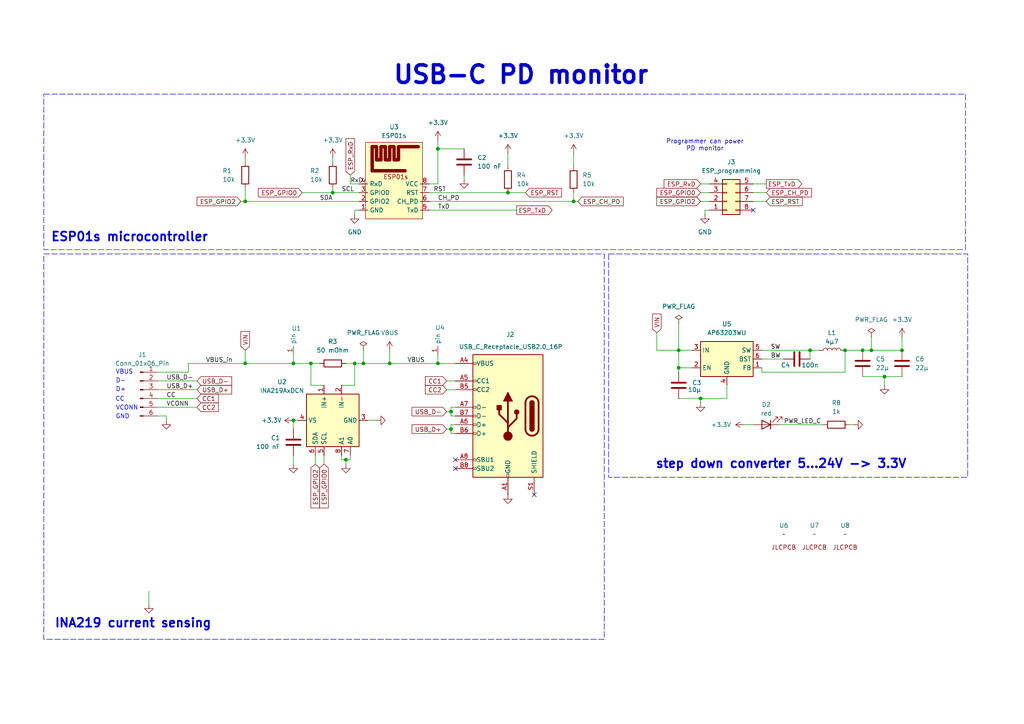
<source format=kicad_sch>
(kicad_sch (version 20250114) (generator "eeschema") (generator_version "9.0")
  (paper "A4")
  (lib_symbols
    (symbol "+3.3V_1" (power) (pin_numbers (hide yes)) (pin_names (offset 0) (hide yes))
      (property "Value" "+3.3V" (at 0 3.556 0))
      (symbol "+3.3V_1_0_1"
        (polyline (pts (xy -0.762 1.27) (xy 0 2.54)))
        (polyline (pts (xy 0 2.54) (xy 0.762 1.27)))
        (polyline (pts (xy 0 0) (xy 0 2.54)))
      )
      (symbol "+3.3V_1_1_1"
        (pin power_in line (at 0 0 90) (length 0) (name "~") (number "1"))
      )
    )
    (symbol "+3.3V_2" (power) (pin_numbers (hide yes)) (pin_names (offset 0) (hide yes))
      (property "Value" "+3.3V" (at 0 3.556 0))
      (symbol "+3.3V_2_0_1"
        (polyline (pts (xy -0.762 1.27) (xy 0 2.54)))
        (polyline (pts (xy 0 2.54) (xy 0.762 1.27)))
        (polyline (pts (xy 0 0) (xy 0 2.54)))
      )
      (symbol "+3.3V_2_1_1"
        (pin power_in line (at 0 0 90) (length 0) (name "~") (number "1"))
      )
    )
    (symbol "+3.3V_3" (power) (pin_numbers (hide yes)) (pin_names (offset 0) (hide yes))
      (property "Value" "+3.3V" (at 0 3.556 0))
      (symbol "+3.3V_3_0_1"
        (polyline (pts (xy -0.762 1.27) (xy 0 2.54)))
        (polyline (pts (xy 0 2.54) (xy 0.762 1.27)))
        (polyline (pts (xy 0 0) (xy 0 2.54)))
      )
      (symbol "+3.3V_3_1_1"
        (pin power_in line (at 0 0 90) (length 0) (name "~") (number "1"))
      )
    )
    (symbol "Connector:Conn_01x06_Pin" (pin_names (offset 1.016) (hide yes))
      (property "Reference" "J" (at 0 7.62 0))
      (property "Value" "Conn_01x06_Pin" (at 0 -10.16 0))
      (symbol "Conn_01x06_Pin_1_1"
        (rectangle (start 0.8636 5.207) (end 0 4.953) (stroke (width 0.1524)) (fill (type outline)))
        (rectangle (start 0.8636 2.667) (end 0 2.413) (stroke (width 0.1524)) (fill (type outline)))
        (rectangle (start 0.8636 0.127) (end 0 -0.127) (stroke (width 0.1524)) (fill (type outline)))
        (rectangle (start 0.8636 -2.413) (end 0 -2.667) (stroke (width 0.1524)) (fill (type outline)))
        (rectangle (start 0.8636 -4.953) (end 0 -5.207) (stroke (width 0.1524)) (fill (type outline)))
        (rectangle (start 0.8636 -7.493) (end 0 -7.747) (stroke (width 0.1524)) (fill (type outline)))
        (polyline (pts (xy 1.27 5.08) (xy 0.8636 5.08)) (stroke (width 0.1524)))
        (polyline (pts (xy 1.27 2.54) (xy 0.8636 2.54)) (stroke (width 0.1524)))
        (polyline (pts (xy 1.27 0) (xy 0.8636 0)) (stroke (width 0.1524)))
        (polyline (pts (xy 1.27 -2.54) (xy 0.8636 -2.54)) (stroke (width 0.1524)))
        (polyline (pts (xy 1.27 -5.08) (xy 0.8636 -5.08)) (stroke (width 0.1524)))
        (polyline (pts (xy 1.27 -7.62) (xy 0.8636 -7.62)) (stroke (width 0.1524)))
        (pin passive line (at 5.08 5.08 180) (length 3.81) (name "Pin_1") (number "1"))
        (pin passive line (at 5.08 2.54 180) (length 3.81) (name "Pin_2") (number "2"))
        (pin passive line (at 5.08 0 180) (length 3.81) (name "Pin_3") (number "3"))
        (pin passive line (at 5.08 -2.54 180) (length 3.81) (name "Pin_4") (number "4"))
        (pin passive line (at 5.08 -5.08 180) (length 3.81) (name "Pin_5") (number "5"))
        (pin passive line (at 5.08 -7.62 180) (length 3.81) (name "Pin_6") (number "6"))
      )
    )
    (symbol "Connector:USB_C_Receptacle_USB2.0_16P" (pin_names (offset 1.016))
      (property "Reference" "J" (at 0 22.225 0))
      (property "Value" "USB_C_Receptacle_USB2.0_16P" (at 0 19.685 0))
      (symbol "USB_C_Receptacle_USB2.0_16P_0_0"
        (rectangle (start -0.254 -17.78) (end 0.254 -16.764))
        (rectangle (start 10.16 15.494) (end 9.144 14.986))
        (rectangle (start 10.16 10.414) (end 9.144 9.906))
        (rectangle (start 10.16 7.874) (end 9.144 7.366))
        (rectangle (start 10.16 2.794) (end 9.144 2.286))
        (rectangle (start 10.16 0.254) (end 9.144 -0.254))
        (rectangle (start 10.16 -2.286) (end 9.144 -2.794))
        (rectangle (start 10.16 -4.826) (end 9.144 -5.334))
        (rectangle (start 10.16 -12.446) (end 9.144 -12.954))
        (rectangle (start 10.16 -14.986) (end 9.144 -15.494))
      )
      (symbol "USB_C_Receptacle_USB2.0_16P_0_1"
        (rectangle (start -10.16 17.78) (end 10.16 -17.78) (stroke (width 0.254)) (fill (type background)))
        (polyline (pts (xy -8.89 -3.81) (xy -8.89 3.81)) (stroke (width 0.508)))
        (rectangle (start -7.62 -3.81) (end -6.35 3.81) (stroke (width 0.254)) (fill (type outline)))
        (arc (start -7.62 3.81) (mid -6.985 4.4423) (end -6.35 3.81) (stroke (width 0.254)))
        (arc (start -7.62 3.81) (mid -6.985 4.4423) (end -6.35 3.81) (stroke (width 0.254)) (fill (type outline)))
        (arc (start -8.89 3.81) (mid -6.985 5.7067) (end -5.08 3.81) (stroke (width 0.508)))
        (arc (start -5.08 -3.81) (mid -6.985 -5.7067) (end -8.89 -3.81) (stroke (width 0.508)))
        (arc (start -6.35 -3.81) (mid -6.985 -4.4423) (end -7.62 -3.81) (stroke (width 0.254)))
        (arc (start -6.35 -3.81) (mid -6.985 -4.4423) (end -7.62 -3.81) (stroke (width 0.254)) (fill (type outline)))
        (polyline (pts (xy -5.08 3.81) (xy -5.08 -3.81)) (stroke (width 0.508)))
        (circle (center -2.54 1.143) (radius 0.635) (stroke (width 0.254)) (fill (type outline)))
        (polyline (pts (xy -1.27 4.318) (xy 0 6.858) (xy 1.27 4.318) (xy -1.27 4.318)) (stroke (width 0.254)) (fill (type outline)))
        (polyline (pts (xy 0 -2.032) (xy 2.54 0.508) (xy 2.54 1.778)) (stroke (width 0.508)))
        (polyline (pts (xy 0 -3.302) (xy -2.54 -0.762) (xy -2.54 0.508)) (stroke (width 0.508)))
        (polyline (pts (xy 0 -5.842) (xy 0 4.318)) (stroke (width 0.508)))
        (circle (center 0 -5.842) (radius 1.27) (fill (type outline)))
        (rectangle (start 1.905 1.778) (end 3.175 3.048) (stroke (width 0.254)) (fill (type outline)))
      )
      (symbol "USB_C_Receptacle_USB2.0_16P_1_1"
        (pin passive line (at -7.62 -22.86 90) (length 5.08) (name "SHIELD") (number "S1"))
        (pin passive line (at 0 -22.86 90) (length 5.08) (name "GND") (number "A1"))
        (pin passive line (at 0 -22.86 90) (length 5.08) (hide yes) (name "GND") (number "A12"))
        (pin passive line (at 0 -22.86 90) (length 5.08) (hide yes) (name "GND") (number "B1"))
        (pin passive line (at 0 -22.86 90) (length 5.08) (hide yes) (name "GND") (number "B12"))
        (pin passive line (at 15.24 15.24 180) (length 5.08) (name "VBUS") (number "A4"))
        (pin passive line (at 15.24 15.24 180) (length 5.08) (hide yes) (name "VBUS") (number "A9"))
        (pin passive line (at 15.24 15.24 180) (length 5.08) (hide yes) (name "VBUS") (number "B4"))
        (pin passive line (at 15.24 15.24 180) (length 5.08) (hide yes) (name "VBUS") (number "B9"))
        (pin bidirectional line (at 15.24 10.16 180) (length 5.08) (name "CC1") (number "A5"))
        (pin bidirectional line (at 15.24 7.62 180) (length 5.08) (name "CC2") (number "B5"))
        (pin bidirectional line (at 15.24 2.54 180) (length 5.08) (name "D-") (number "A7"))
        (pin bidirectional line (at 15.24 0 180) (length 5.08) (name "D-") (number "B7"))
        (pin bidirectional line (at 15.24 -2.54 180) (length 5.08) (name "D+") (number "A6"))
        (pin bidirectional line (at 15.24 -5.08 180) (length 5.08) (name "D+") (number "B6"))
        (pin bidirectional line (at 15.24 -12.7 180) (length 5.08) (name "SBU1") (number "A8"))
        (pin bidirectional line (at 15.24 -15.24 180) (length 5.08) (name "SBU2") (number "B8"))
      )
    )
    (symbol "Connector_Generic:Conn_02x04_Counter_Clockwise" (pin_names (offset 1.016) (hide yes))
      (property "Reference" "J" (at 1.27 5.08 0))
      (property "Value" "Conn_02x04_Counter_Clockwise" (at 1.27 -7.62 0))
      (symbol "Conn_02x04_Counter_Clockwise_1_1"
        (rectangle (start -1.27 3.81) (end 3.81 -6.35) (stroke (width 0.254)) (fill (type background)))
        (rectangle (start -1.27 2.667) (end 0 2.413) (stroke (width 0.1524)))
        (rectangle (start -1.27 0.127) (end 0 -0.127) (stroke (width 0.1524)))
        (rectangle (start -1.27 -2.413) (end 0 -2.667) (stroke (width 0.1524)))
        (rectangle (start -1.27 -4.953) (end 0 -5.207) (stroke (width 0.1524)))
        (rectangle (start 3.81 2.667) (end 2.54 2.413) (stroke (width 0.1524)))
        (rectangle (start 3.81 0.127) (end 2.54 -0.127) (stroke (width 0.1524)))
        (rectangle (start 3.81 -2.413) (end 2.54 -2.667) (stroke (width 0.1524)))
        (rectangle (start 3.81 -4.953) (end 2.54 -5.207) (stroke (width 0.1524)))
        (pin passive line (at -5.08 2.54 0) (length 3.81) (name "Pin_1") (number "1"))
        (pin passive line (at -5.08 0 0) (length 3.81) (name "Pin_2") (number "2"))
        (pin passive line (at -5.08 -2.54 0) (length 3.81) (name "Pin_3") (number "3"))
        (pin passive line (at -5.08 -5.08 0) (length 3.81) (name "Pin_4") (number "4"))
        (pin passive line (at 7.62 2.54 180) (length 3.81) (name "Pin_8") (number "8"))
        (pin passive line (at 7.62 0 180) (length 3.81) (name "Pin_7") (number "7"))
        (pin passive line (at 7.62 -2.54 180) (length 3.81) (name "Pin_6") (number "6"))
        (pin passive line (at 7.62 -5.08 180) (length 3.81) (name "Pin_5") (number "5"))
      )
    )
    (symbol "Device:C" (pin_numbers (hide yes)) (pin_names (offset 0.254))
      (property "Reference" "C" (at 0.635 2.54 0))
      (property "Value" "C" (at 0.635 -2.54 0))
      (symbol "C_0_1"
        (polyline (pts (xy -2.032 0.762) (xy 2.032 0.762)) (stroke (width 0.508)))
        (polyline (pts (xy -2.032 -0.762) (xy 2.032 -0.762)) (stroke (width 0.508)))
      )
      (symbol "C_1_1"
        (pin passive line (at 0 3.81 270) (length 2.794) (name "~") (number "1"))
        (pin passive line (at 0 -3.81 90) (length 2.794) (name "~") (number "2"))
      )
    )
    (symbol "Device:L" (pin_numbers (hide yes)) (pin_names (offset 1.016) (hide yes))
      (property "Reference" "L" (at -1.27 0 90))
      (property "Value" "L" (at 1.905 0 90))
      (symbol "L_0_1"
        (arc (start 0 2.54) (mid 0.6323 1.905) (end 0 1.27))
        (arc (start 0 1.27) (mid 0.6323 0.635) (end 0 0))
        (arc (start 0 0) (mid 0.6323 -0.635) (end 0 -1.27))
        (arc (start 0 -1.27) (mid 0.6323 -1.905) (end 0 -2.54))
      )
      (symbol "L_1_1"
        (pin passive line (at 0 3.81 270) (length 1.27) (name "1") (number "1"))
        (pin passive line (at 0 -3.81 90) (length 1.27) (name "2") (number "2"))
      )
    )
    (symbol "Device:LED" (pin_numbers (hide yes)) (pin_names (offset 1.016) (hide yes))
      (property "Reference" "D" (at 0 2.54 0))
      (property "Value" "LED" (at 0 -2.54 0))
      (symbol "LED_0_1"
        (polyline (pts (xy -3.048 -0.762) (xy -4.572 -2.286) (xy -3.81 -2.286) (xy -4.572 -2.286) (xy -4.572 -1.524)))
        (polyline (pts (xy -1.778 -0.762) (xy -3.302 -2.286) (xy -2.54 -2.286) (xy -3.302 -2.286) (xy -3.302 -1.524)))
        (polyline (pts (xy -1.27 0) (xy 1.27 0)))
        (polyline (pts (xy -1.27 -1.27) (xy -1.27 1.27)) (stroke (width 0.254)))
        (polyline (pts (xy 1.27 -1.27) (xy 1.27 1.27) (xy -1.27 0) (xy 1.27 -1.27)) (stroke (width 0.254)))
      )
      (symbol "LED_1_1"
        (pin passive line (at -3.81 0 0) (length 2.54) (name "K") (number "1"))
        (pin passive line (at 3.81 0 180) (length 2.54) (name "A") (number "2"))
      )
    )
    (symbol "Device:R" (pin_numbers (hide yes)) (pin_names (offset 0))
      (property "Reference" "R" (at 2.032 0 90))
      (property "Value" "R" (at 0 0 90))
      (symbol "R_0_1"
        (rectangle (start -1.016 -2.54) (end 1.016 2.54) (stroke (width 0.254)))
      )
      (symbol "R_1_1"
        (pin passive line (at 0 3.81 270) (length 1.27) (name "~") (number "1"))
        (pin passive line (at 0 -3.81 90) (length 1.27) (name "~") (number "2"))
      )
    )
    (symbol "GND_1" (power) (pin_numbers (hide yes)) (pin_names (offset 0) (hide yes))
      (property "Value" "GND" (at 0 -3.81 0))
      (symbol "GND_1_0_1"
        (polyline (pts (xy 0 0) (xy 0 -1.27) (xy 1.27 -1.27) (xy 0 -2.54) (xy -1.27 -1.27) (xy 0 -1.27)))
      )
      (symbol "GND_1_1_1"
        (pin power_in line (at 0 0 270) (length 0) (name "~") (number "1"))
      )
    )
    (symbol "New_Library:1_pin"
      (property "Reference" "U" (at 0 1.524 0))
      (symbol "1_pin_1_1"
        (pin input line (at -2.54 0 0) (length 2.54) (name "pin") (number "1"))
      )
    )
    (symbol "New_Library:ESP01s"
      (property "Reference" "U305" (at 0 13.462 0))
      (property "Value" "ESP01s" (at 0 11.43 0))
      (symbol "ESP01s_1_1"
        (rectangle (start -8.255 9.525) (end 8.255 -12.7) (fill (type background)))
        (polyline (pts (xy -6.35 1.27) (xy 3.175 1.27)) (stroke (width 1)))
        (polyline (pts (xy -6.35 1.27) (xy -6.35 8.255) (xy -5.08 8.255) (xy -5.08 4.445) (xy -3.81 4.445)) (stroke (width 1)))
        (polyline (pts (xy -3.81 4.445) (xy -3.81 8.255) (xy -2.54 8.255) (xy -2.54 4.445) (xy -1.27 4.445) (xy -1.27 8.255) (xy 0 8.255) (xy 0 4.445) (xy 1.27 4.445) (xy 1.27 8.255) (xy 6.985 8.255)) (stroke (width 1)))
        (text "ESP01s" (at 0.508 -0.508 0) (effects (font (size 1.27 1.27))))
        (pin input line (at -10.16 -2.54 0) (length 2.54) (name "RxD") (number "4"))
        (pin input line (at -10.16 -5.08 0) (length 2.54) (name "GPIO0") (number "3"))
        (pin input line (at -10.16 -7.62 0) (length 2.54) (name "GPIO2") (number "2"))
        (pin input line (at -10.16 -10.16 0) (length 2.54) (name "GND") (number "1"))
        (pin input line (at 10.16 -2.54 180) (length 2.54) (name "VCC") (number "8"))
        (pin input line (at 10.16 -5.08 180) (length 2.54) (name "RST") (number "7"))
        (pin input line (at 10.16 -7.62 180) (length 2.54) (name "CH_PD") (number "6"))
        (pin input line (at 10.16 -10.16 180) (length 2.54) (name "TxD") (number "5"))
      )
    )
    (symbol "New_Library:JLCPCB"
      (property "Reference" "U304" (at 0 5.08 0))
      (property "Value" "~" (at 0 2.54 0))
      (symbol "JLCPCB_1_1"
        (text "JLCPCB" (at 0 0 0) (effects (font (size 1.27 1.27))))
      )
    )
    (symbol "Regulator_Switching:AP63203WU"
      (property "Reference" "U" (at -7.62 6.35 0))
      (property "Value" "AP63203WU" (at 2.54 6.35 0))
      (symbol "AP63203WU_0_1"
        (rectangle (start -7.62 5.08) (end 7.62 -5.08) (stroke (width 0.254)) (fill (type background)))
      )
      (symbol "AP63203WU_1_1"
        (pin power_in line (at -10.16 2.54 0) (length 2.54) (name "IN") (number "3"))
        (pin input line (at -10.16 -2.54 0) (length 2.54) (name "EN") (number "2"))
        (pin power_in line (at 0 -7.62 90) (length 2.54) (name "GND") (number "4"))
        (pin output line (at 10.16 2.54 180) (length 2.54) (name "SW") (number "5"))
        (pin passive line (at 10.16 0 180) (length 2.54) (name "BST") (number "6"))
        (pin input line (at 10.16 -2.54 180) (length 2.54) (name "FB") (number "1"))
      )
    )
    (symbol "Sensor_Energy:INA219AxDCN"
      (property "Reference" "U" (at -6.35 8.89 0))
      (property "Value" "INA219AxDCN" (at 6.35 8.89 0))
      (symbol "INA219AxDCN_0_1"
        (rectangle (start -7.62 7.62) (end 7.62 -7.62) (stroke (width 0.254)) (fill (type background)))
      )
      (symbol "INA219AxDCN_1_1"
        (pin input line (at -10.16 2.54 0) (length 2.54) (name "IN+") (number "1"))
        (pin input line (at -10.16 -2.54 0) (length 2.54) (name "IN-") (number "2"))
        (pin power_in line (at 0 10.16 270) (length 2.54) (name "VS") (number "4"))
        (pin power_in line (at 0 -10.16 90) (length 2.54) (name "GND") (number "3"))
        (pin bidirectional line (at 10.16 5.08 180) (length 2.54) (name "SDA") (number "6"))
        (pin input line (at 10.16 2.54 180) (length 2.54) (name "SCL") (number "5"))
        (pin input line (at 10.16 -2.54 180) (length 2.54) (name "A1") (number "8"))
        (pin input line (at 10.16 -5.08 180) (length 2.54) (name "A0") (number "7"))
      )
    )
    (symbol "power:+3.3V" (power) (pin_numbers (hide yes)) (pin_names (offset 0) (hide yes))
      (property "Value" "+3.3V" (at 0 3.556 0))
      (symbol "+3.3V_0_1"
        (polyline (pts (xy -0.762 1.27) (xy 0 2.54)))
        (polyline (pts (xy 0 2.54) (xy 0.762 1.27)))
        (polyline (pts (xy 0 0) (xy 0 2.54)))
      )
      (symbol "+3.3V_1_1"
        (pin power_in line (at 0 0 90) (length 0) (name "~") (number "1"))
      )
    )
    (symbol "power:GND" (power) (pin_numbers (hide yes)) (pin_names (offset 0) (hide yes))
      (property "Value" "GND" (at 0 -3.81 0))
      (symbol "GND_0_1"
        (polyline (pts (xy 0 0) (xy 0 -1.27) (xy 1.27 -1.27) (xy 0 -2.54) (xy -1.27 -1.27) (xy 0 -1.27)))
      )
      (symbol "GND_1_1"
        (pin power_in line (at 0 0 270) (length 0) (name "~") (number "1"))
      )
    )
    (symbol "power:PWR_FLAG" (power) (pin_numbers (hide yes)) (pin_names (offset 0) (hide yes))
      (property "Value" "PWR_FLAG" (at 0 3.81 0))
      (symbol "PWR_FLAG_0_0"
        (pin power_out line (at 0 0 90) (length 0) (name "~") (number "1"))
      )
      (symbol "PWR_FLAG_0_1"
        (polyline (pts (xy 0 0) (xy 0 1.27) (xy -1.016 1.905) (xy 0 2.54) (xy 1.016 1.905) (xy 0 1.27)))
      )
    )
    (symbol "power:VBUS" (power) (pin_numbers (hide yes)) (pin_names (offset 0) (hide yes))
      (property "Value" "VBUS" (at 0 3.556 0))
      (symbol "VBUS_0_1"
        (polyline (pts (xy -0.762 1.27) (xy 0 2.54)))
        (polyline (pts (xy 0 2.54) (xy 0.762 1.27)))
        (polyline (pts (xy 0 0) (xy 0 2.54)))
      )
      (symbol "VBUS_1_1"
        (pin power_in line (at 0 0 90) (length 0) (name "~") (number "1"))
      )
    )
  )
  (rectangle (start 12.7 27.305) (end 280.035 72.39) (stroke (width 0) (type dash)))
  (rectangle (start 12.7 73.66) (end 175.26 185.42) (stroke (width 0) (type dash)))
  (rectangle (start 176.53 73.66) (end 280.67 138.43) (stroke (width 0) (type dash)))
  (text "VCONN" (at 36.83 118.364 0) (effects (font (size 1.27 1.27))))
  (text "VBUS" (at 36.068 107.95 0) (effects (font (size 1.27 1.27))))
  (text "Programmer can power\nPD monitor" (at 204.47 42.164 0) (effects (font (size 1.27 1.27))))
  (text "step down converter 5...24V -> 3.3V" (at 226.568 134.62 0) (effects (font (size 2.54 2.54) (thickness 0.508) (bold yes))))
  (text "D+" (at 35.052 113.03 0) (effects (font (size 1.27 1.27))))
  (text "D-" (at 35.052 110.49 0) (effects (font (size 1.27 1.27))))
  (text "GND" (at 35.56 120.904 0) (effects (font (size 1.27 1.27))))
  (text "INA219 current sensing" (at 38.608 180.848 0) (effects (font (size 2.54 2.54) (thickness 0.508) (bold yes))))
  (text "ESP01s microcontroller" (at 37.592 68.834 0) (effects (font (size 2.54 2.54) (thickness 0.508) (bold yes))))
  (text "USB-C PD monitor" (at 151.13 21.844 0) (effects (font (size 5.08 5.08) (thickness 1.016) (bold yes))))
  (text "CC" (at 34.798 115.824 0) (effects (font (size 1.27 1.27))))
  (junction (at 71.12 58.42))
  (junction (at 96.52 55.88))
  (junction (at 245.11 101.6))
  (junction (at 250.19 101.6))
  (junction (at 256.54 109.22))
  (junction (at 234.95 101.6))
  (junction (at 166.37 58.42))
  (junction (at 85.09 105.41))
  (junction (at 102.87 105.41))
  (junction (at 90.17 105.41))
  (junction (at 261.62 101.6))
  (junction (at 203.2 115.57))
  (junction (at 85.09 121.92))
  (junction (at 252.73 101.6))
  (junction (at 127 105.41))
  (junction (at 113.03 105.41))
  (junction (at 196.85 106.68))
  (junction (at 105.41 105.41))
  (junction (at 130.81 119.38))
  (junction (at 127 43.18))
  (junction (at 196.85 101.6))
  (junction (at 147.32 55.88))
  (junction (at 130.81 124.46))
  (junction (at 100.33 133.35))
  (junction (at 71.12 105.41))
  (no_connect (at 132.08 135.89))
  (no_connect (at 132.08 133.35))
  (no_connect (at 154.94 143.51))
  (no_connect (at 218.44 60.96))
  (wire (pts (xy 210.82 115.57) (xy 210.82 111.76)))
  (wire (pts (xy 85.09 121.92) (xy 85.09 124.46)))
  (wire (pts (xy 130.81 120.65) (xy 132.08 120.65)))
  (wire (pts (xy 134.62 50.8) (xy 134.62 52.07)))
  (wire (pts (xy 90.17 105.41) (xy 92.71 105.41)))
  (wire (pts (xy 87.63 55.88) (xy 96.52 55.88)))
  (wire (pts (xy 101.6 53.34) (xy 104.14 53.34)))
  (wire (pts (xy 245.11 107.95) (xy 220.98 107.95)))
  (wire (pts (xy 127 53.34) (xy 124.46 53.34)))
  (wire (pts (xy 45.72 110.49) (xy 57.15 110.49)))
  (wire (pts (xy 100.33 105.41) (xy 102.87 105.41)))
  (wire (pts (xy 252.73 101.6) (xy 261.62 101.6)))
  (wire (pts (xy 127 43.18) (xy 134.62 43.18)))
  (wire (pts (xy 127 40.64) (xy 127 43.18)))
  (wire (pts (xy 204.47 62.23) (xy 204.47 60.96)))
  (wire (pts (xy 45.72 118.11) (xy 57.15 118.11)))
  (wire (pts (xy 100.33 133.35) (xy 100.33 134.62)))
  (wire (pts (xy 166.37 44.45) (xy 166.37 48.26)))
  (wire (pts (xy 113.03 105.41) (xy 127 105.41)))
  (wire (pts (xy 93.98 132.08) (xy 93.98 134.62)))
  (wire (pts (xy 85.09 102.87) (xy 85.09 105.41)))
  (wire (pts (xy 71.12 45.72) (xy 71.12 46.99)))
  (wire (pts (xy 132.08 118.11) (xy 130.81 118.11)))
  (wire (pts (xy 220.98 104.14) (xy 227.33 104.14)))
  (wire (pts (xy 99.06 133.35) (xy 100.33 133.35)))
  (wire (pts (xy 147.32 44.45) (xy 147.32 48.26)))
  (wire (pts (xy 196.85 115.57) (xy 203.2 115.57)))
  (wire (pts (xy 69.85 58.42) (xy 71.12 58.42)))
  (wire (pts (xy 113.03 101.6) (xy 113.03 105.41)))
  (wire (pts (xy 124.46 60.96) (xy 149.86 60.96)))
  (wire (pts (xy 190.5 96.52) (xy 190.5 101.6)))
  (wire (pts (xy 203.2 115.57) (xy 210.82 115.57)))
  (wire (pts (xy 203.2 58.42) (xy 205.74 58.42)))
  (wire (pts (xy 105.41 105.41) (xy 113.03 105.41)))
  (wire (pts (xy 54.61 107.95) (xy 45.72 107.95)))
  (wire (pts (xy 96.52 45.72) (xy 96.52 46.99)))
  (wire (pts (xy 218.44 55.88) (xy 222.25 55.88)))
  (wire (pts (xy 127 43.18) (xy 127 53.34)))
  (wire (pts (xy 196.85 93.98) (xy 196.85 101.6)))
  (wire (pts (xy 106.68 121.92) (xy 109.22 121.92)))
  (wire (pts (xy 246.38 123.19) (xy 247.65 123.19)))
  (wire (pts (xy 250.19 101.6) (xy 252.73 101.6)))
  (wire (pts (xy 99.06 111.76) (xy 102.87 111.76)))
  (wire (pts (xy 203.2 53.34) (xy 205.74 53.34)))
  (wire (pts (xy 245.11 101.6) (xy 250.19 101.6)))
  (wire (pts (xy 218.44 58.42) (xy 222.25 58.42)))
  (wire (pts (xy 130.81 124.46) (xy 130.81 125.73)))
  (wire (pts (xy 166.37 55.88) (xy 166.37 58.42)))
  (wire (pts (xy 90.17 105.41) (xy 90.17 111.76)))
  (wire (pts (xy 130.81 118.11) (xy 130.81 119.38)))
  (wire (pts (xy 147.32 55.88) (xy 152.4 55.88)))
  (wire (pts (xy 196.85 101.6) (xy 200.66 101.6)))
  (wire (pts (xy 85.09 105.41) (xy 90.17 105.41)))
  (wire (pts (xy 102.87 60.96) (xy 102.87 62.23)))
  (wire (pts (xy 256.54 109.22) (xy 261.62 109.22)))
  (wire (pts (xy 245.11 101.6) (xy 245.11 107.95)))
  (wire (pts (xy 100.33 133.35) (xy 101.6 133.35)))
  (wire (pts (xy 71.12 101.6) (xy 71.12 105.41)))
  (wire (pts (xy 48.26 120.65) (xy 48.26 121.92)))
  (wire (pts (xy 196.85 106.68) (xy 196.85 107.95)))
  (wire (pts (xy 104.14 60.96) (xy 102.87 60.96)))
  (wire (pts (xy 45.72 115.57) (xy 57.15 115.57)))
  (wire (pts (xy 129.54 110.49) (xy 132.08 110.49)))
  (wire (pts (xy 130.81 123.19) (xy 130.81 124.46)))
  (wire (pts (xy 204.47 60.96) (xy 205.74 60.96)))
  (wire (pts (xy 45.72 120.65) (xy 48.26 120.65)))
  (wire (pts (xy 203.2 115.57) (xy 203.2 116.84)))
  (wire (pts (xy 45.72 113.03) (xy 57.15 113.03)))
  (wire (pts (xy 220.98 107.95) (xy 220.98 106.68)))
  (wire (pts (xy 71.12 58.42) (xy 104.14 58.42)))
  (wire (pts (xy 129.54 119.38) (xy 130.81 119.38)))
  (wire (pts (xy 130.81 125.73) (xy 132.08 125.73)))
  (wire (pts (xy 130.81 119.38) (xy 130.81 120.65)))
  (wire (pts (xy 124.46 55.88) (xy 147.32 55.88)))
  (wire (pts (xy 91.44 132.08) (xy 91.44 134.62)))
  (wire (pts (xy 102.87 105.41) (xy 105.41 105.41)))
  (wire (pts (xy 196.85 106.68) (xy 196.85 101.6)))
  (wire (pts (xy 261.62 97.79) (xy 261.62 101.6)))
  (wire (pts (xy 127 105.41) (xy 132.08 105.41)))
  (wire (pts (xy 234.95 101.6) (xy 237.49 101.6)))
  (wire (pts (xy 234.95 104.14) (xy 234.95 101.6)))
  (wire (pts (xy 215.9 123.19) (xy 218.44 123.19)))
  (wire (pts (xy 71.12 54.61) (xy 71.12 58.42)))
  (wire (pts (xy 85.09 121.92) (xy 86.36 121.92)))
  (wire (pts (xy 132.08 123.19) (xy 130.81 123.19)))
  (wire (pts (xy 96.52 54.61) (xy 96.52 55.88)))
  (wire (pts (xy 101.6 50.8) (xy 101.6 53.34)))
  (wire (pts (xy 190.5 101.6) (xy 196.85 101.6)))
  (wire (pts (xy 54.61 105.41) (xy 71.12 105.41)))
  (wire (pts (xy 196.85 106.68) (xy 200.66 106.68)))
  (wire (pts (xy 101.6 132.08) (xy 101.6 133.35)))
  (wire (pts (xy 252.73 97.79) (xy 252.73 101.6)))
  (wire (pts (xy 93.98 111.76) (xy 90.17 111.76)))
  (wire (pts (xy 250.19 109.22) (xy 256.54 109.22)))
  (wire (pts (xy 256.54 109.22) (xy 256.54 111.76)))
  (wire (pts (xy 127 102.87) (xy 127 105.41)))
  (wire (pts (xy 102.87 105.41) (xy 102.87 111.76)))
  (wire (pts (xy 105.41 101.6) (xy 105.41 105.41)))
  (wire (pts (xy 99.06 132.08) (xy 99.06 133.35)))
  (wire (pts (xy 85.09 132.08) (xy 85.09 134.62)))
  (wire (pts (xy 166.37 58.42) (xy 124.46 58.42)))
  (wire (pts (xy 203.2 55.88) (xy 205.74 55.88)))
  (wire (pts (xy 166.37 58.42) (xy 167.64 58.42)))
  (wire (pts (xy 54.61 105.41) (xy 54.61 107.95)))
  (wire (pts (xy 129.54 124.46) (xy 130.81 124.46)))
  (wire (pts (xy 226.06 123.19) (xy 238.76 123.19)))
  (wire (pts (xy 129.54 113.03) (xy 132.08 113.03)))
  (wire (pts (xy 96.52 55.88) (xy 104.14 55.88)))
  (wire (pts (xy 71.12 105.41) (xy 85.09 105.41)))
  (wire (pts (xy 218.44 53.34) (xy 222.25 53.34)))
  (wire (pts (xy 43.18 171.45) (xy 43.18 175.26)))
  (wire (pts (xy 234.95 101.6) (xy 220.98 101.6)))
  (label "TxD" (at 127 60.96 0))
  (label "SW" (at 223.52 101.6 0) (effects (font (thickness 0.1588))))
  (label "VBUS" (at 118.11 105.41 0))
  (label "BW" (at 223.52 104.14 0) (effects (font (thickness 0.1588))))
  (label "RST" (at 125.73 55.88 0))
  (label "SCL" (at 99.06 55.88 0))
  (label "VCONN" (at 48.26 118.11 0))
  (label "CH_PD" (at 127 58.42 0))
  (label "VBUS_in" (at 59.69 105.41 0))
  (label "USB_D-" (at 48.26 110.49 0))
  (label "USB_D+" (at 48.26 113.03 0))
  (label "CC" (at 48.26 115.57 0))
  (label "SDA" (at 92.71 58.42 0))
  (label "PWR_LED_C" (at 227.33 123.19 0) (effects (font (thickness 0.1588))))
  (label "RxD" (at 101.6 53.34 0))
  (global_label "CC1" (shape input) (at 57.15 115.57 0) (property "Intersheetrefs" "${INTERSHEET_REFS}" (effects (hide yes))))
  (global_label "ESP_CH_PD" (shape input) (at 222.25 55.88 0) (property "Intersheetrefs" "${INTERSHEET_REFS}" (effects (hide yes))))
  (global_label "ESP_GPIO2" (shape input) (at 203.2 58.42 180) (property "Intersheetrefs" "${INTERSHEET_REFS}" (effects (hide yes))))
  (global_label "CC2" (shape input) (at 129.54 113.03 180) (property "Intersheetrefs" "${INTERSHEET_REFS}" (effects (hide yes))))
  (global_label "USB_D-" (shape input) (at 129.54 119.38 180) (property "Intersheetrefs" "${INTERSHEET_REFS}" (effects (hide yes))))
  (global_label "ESP_CH_PD" (shape input) (at 167.64 58.42 0) (property "Intersheetrefs" "${INTERSHEET_REFS}" (effects (hide yes))))
  (global_label "CC2" (shape input) (at 57.15 118.11 0) (property "Intersheetrefs" "${INTERSHEET_REFS}" (effects (hide yes))))
  (global_label "ESP_TxD" (shape output) (at 222.25 53.34 0) (property "Intersheetrefs" "${INTERSHEET_REFS}" (effects (hide yes))))
  (global_label "ESP_GPIO2" (shape input) (at 69.85 58.42 180) (property "Intersheetrefs" "${INTERSHEET_REFS}" (effects (hide yes))))
  (global_label "ESP_GPIO0" (shape input) (at 87.63 55.88 180) (property "Intersheetrefs" "${INTERSHEET_REFS}" (effects (hide yes))))
  (global_label "ESP_RST" (shape input) (at 222.25 58.42 0) (property "Intersheetrefs" "${INTERSHEET_REFS}" (effects (hide yes))))
  (global_label "ESP_RST" (shape input) (at 152.4 55.88 0) (property "Intersheetrefs" "${INTERSHEET_REFS}" (effects (hide yes))))
  (global_label "USB_D+" (shape input) (at 129.54 124.46 180) (property "Intersheetrefs" "${INTERSHEET_REFS}" (effects (hide yes))))
  (global_label "ESP_GPIO0" (shape input) (at 203.2 55.88 180) (property "Intersheetrefs" "${INTERSHEET_REFS}" (effects (hide yes))))
  (global_label "ESP_RxD" (shape input) (at 203.2 53.34 180) (property "Intersheetrefs" "${INTERSHEET_REFS}" (effects (hide yes))))
  (global_label "USB_D+" (shape input) (at 57.15 113.03 0) (property "Intersheetrefs" "${INTERSHEET_REFS}" (effects (hide yes))))
  (global_label "VIN" (shape input) (at 190.5 96.52 90) (property "Intersheetrefs" "${INTERSHEET_REFS}" (effects (hide yes))))
  (global_label "ESP_GPIO2" (shape input) (at 91.44 134.62 270) (property "Intersheetrefs" "${INTERSHEET_REFS}" (effects (hide yes))))
  (global_label "ESP_GPIO0" (shape input) (at 93.98 134.62 270) (property "Intersheetrefs" "${INTERSHEET_REFS}" (effects (hide yes))))
  (global_label "VIN" (shape input) (at 71.12 101.6 90) (property "Intersheetrefs" "${INTERSHEET_REFS}" (effects (hide yes))))
  (global_label "ESP_RxD" (shape input) (at 101.6 50.8 90) (property "Intersheetrefs" "${INTERSHEET_REFS}" (effects (hide yes))))
  (global_label "CC1" (shape input) (at 129.54 110.49 180) (property "Intersheetrefs" "${INTERSHEET_REFS}" (effects (hide yes))))
  (global_label "ESP_TxD" (shape output) (at 149.86 60.96 0) (property "Intersheetrefs" "${INTERSHEET_REFS}" (effects (hide yes))))
  (global_label "USB_D-" (shape input) (at 57.15 110.49 0) (property "Intersheetrefs" "${INTERSHEET_REFS}" (effects (hide yes))))
  (symbol (lib_id "Connector_Generic:Conn_02x04_Counter_Clockwise") (at 210.82 58.42 0) (mirror x) (unit 1)
    (property "Reference" "J3" (at 212.09 46.99 0))
    (property "Value" "ESP_programming" (at 212.09 49.53 0))
    (property "Footprint" "my_footprints:Header_ESP01" (effects (hide yes)))
    (property "Description" "Generic connector, double row, 02x04, counter clockwise pin numbering scheme (similar to DIP package numbering), script generated (kicad-library-utils/schlib/autogen/connector/)" (effects (hide yes)))
  )
  (symbol (lib_id "power:+3.3V") (at 215.9 123.19 90) (unit 1)
    (property "Reference" "#PWR030" (effects (hide yes)))
    (property "Value" "+3.3V" (at 212.09 123.1899 90) (effects (justify left)))
    (property "Description" "Power symbol creates a global label with name \"+3.3V\"" (effects (hide yes)))
  )
  (symbol (lib_id "Device:R") (at 166.37 52.07 180) (unit 1)
    (property "Reference" "R5" (at 168.91 50.7999 0) (effects (justify right)))
    (property "Value" "10k" (at 168.91 53.3399 0) (effects (justify right)))
    (property "Footprint" "Resistor_SMD:R_0402_1005Metric" (effects (hide yes)))
    (property "Description" "Resistor" (effects (hide yes)))
    (property "LCSC" "C25744" (effects (hide yes)))
  )
  (symbol (lib_id "Device:C") (at 196.85 111.76 0) (mirror y) (unit 1)
    (property "Reference" "C3" (at 203.454 110.998 0) (effects (justify left)))
    (property "Value" "10µ" (at 203.454 113.03 0) (effects (justify left)))
    (property "Footprint" "Capacitor_SMD:C_0805_2012Metric" (effects (hide yes)))
    (property "Description" "Unpolarized capacitor" (effects (hide yes)))
    (property "LCSC" "C440198" (effects (hide yes)))
  )
  (symbol (lib_id "power:VBUS") (at 113.03 101.6 0) (unit 1)
    (property "Reference" "#PWR010" (effects (hide yes)))
    (property "Value" "VBUS" (at 113.03 96.52 0))
    (property "Description" "Power symbol creates a global label with name \"VBUS\"" (effects (hide yes)))
  )
  (symbol (lib_id "power:GND") (at 85.09 134.62 0) (unit 1)
    (property "Reference" "#PWR05" (effects (hide yes)))
    (property "Value" "GND" (effects (hide yes)))
    (property "Description" "Power symbol creates a global label with name \"GND\" , ground" (effects (hide yes)))
  )
  (symbol (lib_name "GND_1") (lib_id "power:GND") (at 204.47 62.23 0) (unit 1)
    (property "Reference" "#PWR017" (effects (hide yes)))
    (property "Value" "GND" (at 204.47 67.31 0))
    (property "Description" "Power symbol creates a global label with name \"GND\" , ground" (effects (hide yes)))
  )
  (symbol (lib_id "power:GND") (at 247.65 123.19 90) (unit 1)
    (property "Reference" "#PWR031" (effects (hide yes)))
    (property "Value" "GND" (effects (hide yes)))
    (property "Description" "Power symbol creates a global label with name \"GND\" , ground" (effects (hide yes)))
  )
  (symbol (lib_id "Device:R") (at 147.32 52.07 180) (unit 1)
    (property "Reference" "R4" (at 149.86 50.7999 0) (effects (justify right)))
    (property "Value" "10k" (at 149.86 53.3399 0) (effects (justify right)))
    (property "Footprint" "Resistor_SMD:R_0402_1005Metric" (effects (hide yes)))
    (property "Description" "Resistor" (effects (hide yes)))
    (property "LCSC" "C25744" (effects (hide yes)))
  )
  (symbol (lib_id "power:GND") (at 109.22 121.92 90) (unit 1)
    (property "Reference" "#PWR09" (effects (hide yes)))
    (property "Value" "GND" (effects (hide yes)))
    (property "Description" "Power symbol creates a global label with name \"GND\" , ground" (effects (hide yes)))
  )
  (symbol (lib_name "+3.3V_1") (lib_id "power:+3.3V") (at 127 40.64 0) (unit 1)
    (property "Reference" "#PWR011" (effects (hide yes)))
    (property "Value" "+3.3V" (at 127 35.56 0))
    (property "Description" "Power symbol creates a global label with name \"+3.3V\"" (effects (hide yes)))
  )
  (symbol (lib_id "power:GND") (at 203.2 116.84 0) (unit 1)
    (property "Reference" "#PWR016" (effects (hide yes)))
    (property "Value" "GND" (effects (hide yes)))
    (property "Description" "Power symbol creates a global label with name \"GND\" , ground" (effects (hide yes)))
  )
  (symbol (lib_id "power:PWR_FLAG") (at 252.73 97.79 0) (unit 1)
    (property "Reference" "#FLG03" (effects (hide yes)))
    (property "Value" "PWR_FLAG" (at 252.73 92.71 0))
    (property "Description" "Special symbol for telling ERC where power comes from" (effects (hide yes)))
  )
  (symbol (lib_id "Device:R") (at 96.52 50.8 180) (unit 1)
    (property "Reference" "R2" (at 89.916 49.53 0) (effects (justify right)))
    (property "Value" "10k" (at 89.916 52.07 0) (effects (justify right)))
    (property "Footprint" "Resistor_SMD:R_0402_1005Metric" (effects (hide yes)))
    (property "Description" "Resistor" (effects (hide yes)))
    (property "LCSC" "C25744" (effects (hide yes)))
  )
  (symbol (lib_id "Device:C") (at 85.09 128.27 0) (unit 1)
    (property "Reference" "C1" (at 81.28 126.9999 0) (effects (justify right)))
    (property "Value" "100 nF" (at 81.28 129.5399 0) (effects (justify right)))
    (property "Footprint" "Capacitor_SMD:C_0402_1005Metric" (effects (hide yes)))
    (property "Description" "Unpolarized capacitor" (effects (hide yes)))
    (property "LCSC" "C1525" (effects (hide yes)))
  )
  (symbol (lib_id "Device:C") (at 250.19 105.41 0) (unit 1)
    (property "Reference" "C5" (at 254 104.1399 0) (effects (justify left)))
    (property "Value" "22µ" (at 254 106.6799 0) (effects (justify left)))
    (property "Footprint" "Capacitor_SMD:C_0805_2012Metric" (effects (hide yes)))
    (property "Description" "Unpolarized capacitor" (effects (hide yes)))
    (property "LCSC" "C45783" (effects (hide yes)))
  )
  (symbol (lib_id "Device:C") (at 261.62 105.41 0) (unit 1)
    (property "Reference" "C6" (at 265.43 104.1399 0) (effects (justify left)))
    (property "Value" "22µ" (at 265.43 106.6799 0) (effects (justify left)))
    (property "Footprint" "Capacitor_SMD:C_0805_2012Metric" (effects (hide yes)))
    (property "Description" "Unpolarized capacitor" (effects (hide yes)))
    (property "LCSC" "C45783" (effects (hide yes)))
  )
  (symbol (lib_id "New_Library:JLCPCB") (at 236.22 158.75 0) (unit 1)
    (property "Reference" "U7" (at 236.22 152.4 0))
    (property "Value" "~" (at 236.22 154.94 0))
    (property "Footprint" "my_footprints:JLC_tooling_hole" (effects (hide yes)))
  )
  (symbol (lib_id "power:+3.3V") (at 85.09 121.92 90) (unit 1)
    (property "Reference" "#PWR04" (effects (hide yes)))
    (property "Value" "+3.3V" (at 78.74 121.92 90))
    (property "Description" "Power symbol creates a global label with name \"+3.3V\"" (effects (hide yes)))
  )
  (symbol (lib_id "New_Library:1_pin") (at 85.09 100.33 90) (unit 1)
    (property "Reference" "U1" (at 84.582 95.25 90) (effects (justify right)))
    (property "Footprint" "my_footprints:1pin" (effects (hide yes)))
  )
  (symbol (lib_id "Sensor_Energy:INA219AxDCN") (at 96.52 121.92 90) (mirror x) (unit 1)
    (property "Reference" "U2" (at 81.788 110.744 90))
    (property "Value" "INA219AxDCN" (at 81.788 113.284 90))
    (property "Footprint" "Package_TO_SOT_SMD:SOT-23-8" (effects (hide yes)))
    (property "Datasheet" "http://www.ti.com/lit/ds/symlink/ina219.pdf" (effects (hide yes)))
    (property "Description" "Zero-Drift, Bidirectional Current/Power Monitor (0-26V) With I2C Interface, SOT-23-8" (effects (hide yes)))
    (property "LCSC" "C87469" (effects (hide yes)))
  )
  (symbol (lib_id "power:GND") (at 134.62 52.07 0) (unit 1)
    (property "Reference" "#PWR012" (effects (hide yes)))
    (property "Value" "GND" (effects (hide yes)))
    (property "Description" "Power symbol creates a global label with name \"GND\" , ground" (effects (hide yes)))
  )
  (symbol (lib_id "power:GND") (at 256.54 111.76 0) (unit 1)
    (property "Reference" "#PWR018" (effects (hide yes)))
    (property "Value" "GND" (effects (hide yes)))
    (property "Description" "Power symbol creates a global label with name \"GND\" , ground" (effects (hide yes)))
  )
  (symbol (lib_id "Regulator_Switching:AP63203WU") (at 210.82 104.14 0) (unit 1)
    (property "Reference" "U5" (at 210.82 93.98 0))
    (property "Value" "AP63203WU" (at 210.82 96.52 0))
    (property "Footprint" "Package_TO_SOT_SMD:TSOT-23-6" (effects (hide yes)))
    (property "Datasheet" "https://www.diodes.com/assets/Datasheets/AP63200-AP63201-AP63203-AP63205.pdf" (effects (hide yes)))
    (property "Description" "2A, 1.1MHz Buck DC/DC Converter, fixed 3.3V output voltage, TSOT-23-6" (effects (hide yes)))
    (property "LCSC" "C780769" (effects (hide yes)))
  )
  (symbol (lib_id "Device:C") (at 231.14 104.14 90) (unit 1)
    (property "Reference" "C4" (at 227.838 105.918 90))
    (property "Value" "100n" (at 234.95 105.918 90))
    (property "Footprint" "Capacitor_SMD:C_0603_1608Metric" (effects (hide yes)))
    (property "Description" "Unpolarized capacitor" (effects (hide yes)))
    (property "LCSC" "C14663" (effects (hide yes)))
  )
  (symbol (lib_id "power:GND") (at 48.26 121.92 0) (unit 1)
    (property "Reference" "#PWR02" (effects (hide yes)))
    (property "Value" "GND" (effects (hide yes)))
    (property "Description" "Power symbol creates a global label with name \"GND\" , ground" (effects (hide yes)))
  )
  (symbol (lib_id "Device:R") (at 242.57 123.19 90) (unit 1)
    (property "Reference" "R8" (at 242.57 116.84 90))
    (property "Value" "1k" (at 242.57 119.38 90))
    (property "Footprint" "Resistor_SMD:R_0402_1005Metric" (effects (hide yes)))
    (property "Description" "Resistor" (effects (hide yes)))
    (property "LCSC" "C11702" (effects (hide yes)))
  )
  (symbol (lib_id "Device:R") (at 96.52 105.41 90) (unit 1)
    (property "Reference" "R3" (at 96.52 99.06 90))
    (property "Value" "50 mOhm" (at 96.52 101.6 90))
    (property "Footprint" "Resistor_SMD:R_2512_6332Metric" (effects (hide yes)))
    (property "Description" "Resistor 2512" (effects (hide yes)))
    (property "LCSC" "C154681" (effects (hide yes)))
  )
  (symbol (lib_name "+3.3V_3") (lib_id "power:+3.3V") (at 166.37 44.45 0) (unit 1)
    (property "Reference" "#PWR015" (effects (hide yes)))
    (property "Value" "+3.3V" (at 166.37 39.37 0))
    (property "Description" "Power symbol creates a global label with name \"+3.3V\"" (effects (hide yes)))
  )
  (symbol (lib_id "power:GND") (at 100.33 134.62 0) (unit 1)
    (property "Reference" "#PWR07" (effects (hide yes)))
    (property "Value" "GND" (effects (hide yes)))
    (property "Description" "Power symbol creates a global label with name \"GND\" , ground" (effects (hide yes)))
  )
  (symbol (lib_id "power:PWR_FLAG") (at 196.85 93.98 0) (unit 1)
    (property "Reference" "#FLG02" (effects (hide yes)))
    (property "Value" "PWR_FLAG" (at 196.85 88.9 0))
    (property "Description" "Special symbol for telling ERC where power comes from" (effects (hide yes)))
  )
  (symbol (lib_name "+3.3V_3") (lib_id "power:+3.3V") (at 96.52 45.72 0) (unit 1)
    (property "Reference" "#PWR06" (effects (hide yes)))
    (property "Value" "+3.3V" (at 96.52 40.64 0))
    (property "Description" "Power symbol creates a global label with name \"+3.3V\"" (effects (hide yes)))
  )
  (symbol (lib_id "New_Library:JLCPCB") (at 227.33 158.75 0) (unit 1)
    (property "Reference" "U6" (at 227.33 152.4 0))
    (property "Value" "~" (at 227.33 154.94 0))
    (property "Footprint" "my_footprints:JLC_tooling_hole" (effects (hide yes)))
  )
  (symbol (lib_id "Connector:Conn_01x06_Pin") (at 40.64 113.03 0) (unit 1)
    (property "Reference" "J1" (at 41.275 102.87 0))
    (property "Value" "Conn_01x06_Pin" (at 41.275 105.41 0))
    (property "Footprint" "my_footprints:header_90degree_01x06_back" (effects (hide yes)))
    (property "Description" "Generic connector, single row, 01x06, script generated" (effects (hide yes)))
  )
  (symbol (lib_id "Device:L") (at 241.3 101.6 90) (unit 1)
    (property "Reference" "L1" (at 241.3 96.52 90))
    (property "Value" "4µ7" (at 241.3 99.06 90))
    (property "Footprint" "Inductor_SMD:L_APV_APH0420" (effects (hide yes)))
    (property "Description" "Inductor" (effects (hide yes)))
    (property "LCSC" "C133193" (effects (hide yes)))
  )
  (symbol (lib_id "New_Library:ESP01s") (at 114.3 50.8 0) (unit 1)
    (property "Reference" "U3" (at 114.3 36.83 0))
    (property "Value" "ESP01s" (at 114.3 39.37 0))
    (property "Footprint" "my_footprints:ESP-01" (effects (hide yes)))
  )
  (symbol (lib_id "power:PWR_FLAG") (at 105.41 101.6 0) (unit 1)
    (property "Reference" "#FLG01" (effects (hide yes)))
    (property "Value" "PWR_FLAG" (at 105.41 96.52 0))
    (property "Description" "Special symbol for telling ERC where power comes from" (effects (hide yes)))
  )
  (symbol (lib_id "Connector:USB_C_Receptacle_USB2.0_16P") (at 147.32 120.65 0) (mirror y) (unit 1)
    (property "Reference" "J2" (at 146.812 97.028 0) (effects (justify right)))
    (property "Value" "USB_C_Receptacle_USB2.0_16P" (at 133.096 100.584 0) (effects (justify right)))
    (property "Footprint" "my_footprints:USB_C_Receptacle" (effects (hide yes)))
    (property "Datasheet" "https://www.usb.org/sites/default/files/documents/usb_type-c.zip" (effects (hide yes)))
    (property "Description" "USB 2.0-only 16P Type-C Receptacle connector" (effects (hide yes)))
    (property "LCSC" "C709357" (effects (hide yes)))
  )
  (symbol (lib_name "+3.3V_2") (lib_id "power:+3.3V") (at 147.32 44.45 0) (unit 1)
    (property "Reference" "#PWR013" (effects (hide yes)))
    (property "Value" "+3.3V" (at 147.32 39.37 0))
    (property "Description" "Power symbol creates a global label with name \"+3.3V\"" (effects (hide yes)))
  )
  (symbol (lib_id "New_Library:JLCPCB") (at 245.11 158.75 0) (unit 1)
    (property "Reference" "U8" (at 245.11 152.4 0))
    (property "Value" "~" (at 245.11 154.94 0))
    (property "Footprint" "my_footprints:JLC_tooling_hole" (effects (hide yes)))
  )
  (symbol (lib_id "Device:C") (at 134.62 46.99 0) (mirror y) (unit 1)
    (property "Reference" "C2" (at 138.43 45.7199 0) (effects (justify right)))
    (property "Value" "100 nF" (at 138.43 48.2599 0) (effects (justify right)))
    (property "Footprint" "Capacitor_SMD:C_0402_1005Metric" (effects (hide yes)))
    (property "Description" "Unpolarized capacitor" (effects (hide yes)))
    (property "LCSC" "C1525" (effects (hide yes)))
  )
  (symbol (lib_id "power:+3.3V") (at 261.62 97.79 0) (unit 1)
    (property "Reference" "#PWR019" (effects (hide yes)))
    (property "Value" "+3.3V" (at 261.62 92.71 0))
    (property "Description" "Power symbol creates a global label with name \"+3.3V\"" (effects (hide yes)))
  )
  (symbol (lib_id "Device:R") (at 71.12 50.8 180) (unit 1)
    (property "Reference" "R1" (at 64.516 49.53 0) (effects (justify right)))
    (property "Value" "10k" (at 64.516 52.07 0) (effects (justify right)))
    (property "Footprint" "Resistor_SMD:R_0402_1005Metric" (effects (hide yes)))
    (property "Description" "Resistor" (effects (hide yes)))
    (property "LCSC" "C25744" (effects (hide yes)))
  )
  (symbol (lib_id "New_Library:1_pin") (at 127 100.33 90) (unit 1)
    (property "Reference" "U4" (at 126.238 94.996 90) (effects (justify right)))
    (property "Footprint" "my_footprints:1pin" (effects (hide yes)))
  )
  (symbol (lib_name "+3.3V_3") (lib_id "power:+3.3V") (at 71.12 45.72 0) (unit 1)
    (property "Reference" "#PWR03" (effects (hide yes)))
    (property "Value" "+3.3V" (at 71.12 40.64 0))
    (property "Description" "Power symbol creates a global label with name \"+3.3V\"" (effects (hide yes)))
  )
  (symbol (lib_id "Device:LED") (at 222.25 123.19 180) (unit 1)
    (property "Reference" "D2" (at 222.25 117.348 0))
    (property "Value" "red" (at 222.25 119.888 0))
    (property "Footprint" "LED_SMD:LED_0603_1608Metric" (effects (hide yes)))
    (property "Description" "Light emitting diode" (effects (hide yes)))
    (property "Sim.Pins" "1=K 2=A" (effects (hide yes)))
    (property "LCSC" "C2286" (effects (hide yes)))
  )
  (symbol (lib_id "power:GND") (at 43.18 175.26 0) (unit 1)
    (property "Reference" "#PWR01" (effects (hide yes)))
    (property "Value" "GND" (effects (hide yes)))
    (property "Description" "Power symbol creates a global label with name \"GND\" , ground" (effects (hide yes)))
  )
  (symbol (lib_id "power:GND") (at 147.32 143.51 0) (unit 1)
    (property "Reference" "#PWR014" (effects (hide yes)))
    (property "Value" "GND" (effects (hide yes)))
    (property "Description" "Power symbol creates a global label with name \"GND\" , ground" (effects (hide yes)))
  )
  (symbol (lib_name "GND_1") (lib_id "power:GND") (at 102.87 62.23 0) (unit 1)
    (property "Reference" "#PWR08" (effects (hide yes)))
    (property "Value" "GND" (at 102.87 67.31 0))
    (property "Description" "Power symbol creates a global label with name \"GND\" , ground" (effects (hide yes)))
  )
)
</source>
